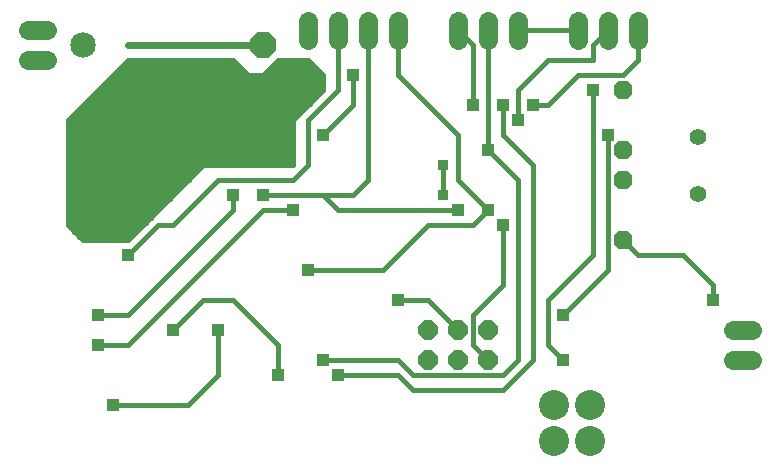
<source format=gbl>
G75*
G70*
%OFA0B0*%
%FSLAX24Y24*%
%IPPOS*%
%LPD*%
%AMOC8*
5,1,8,0,0,1.08239X$1,22.5*
%
%ADD10C,0.0560*%
%ADD11OC8,0.0630*%
%ADD12C,0.0640*%
%ADD13OC8,0.0640*%
%ADD14C,0.0850*%
%ADD15OC8,0.0850*%
%ADD16C,0.1000*%
%ADD17C,0.0160*%
%ADD18R,0.0396X0.0396*%
%ADD19C,0.0240*%
%ADD20C,0.0396*%
%ADD21R,0.0360X0.0360*%
D10*
X025802Y012191D03*
X025802Y014091D03*
D11*
X023302Y013641D03*
X023302Y012641D03*
X023302Y010641D03*
X023302Y015641D03*
D12*
X022802Y017321D02*
X022802Y017961D01*
X021802Y017961D02*
X021802Y017321D01*
X019802Y017321D02*
X019802Y017961D01*
X018802Y017961D02*
X018802Y017321D01*
X017802Y017321D02*
X017802Y017961D01*
X015802Y017961D02*
X015802Y017321D01*
X014802Y017321D02*
X014802Y017961D01*
X013802Y017961D02*
X013802Y017321D01*
X012802Y017321D02*
X012802Y017961D01*
X004122Y017641D02*
X003482Y017641D01*
X003482Y016641D02*
X004122Y016641D01*
X023802Y017321D02*
X023802Y017961D01*
X026982Y007641D02*
X027622Y007641D01*
X027622Y006641D02*
X026982Y006641D01*
D13*
X018802Y006641D03*
X017802Y006641D03*
X016802Y006641D03*
X016802Y007641D03*
X017802Y007641D03*
X018802Y007641D03*
D14*
X005302Y017141D03*
D15*
X011302Y017141D03*
D16*
X021015Y005141D03*
X022196Y005141D03*
X022196Y003960D03*
X021015Y003960D03*
D17*
X019302Y005641D02*
X020302Y006641D01*
X020302Y013141D01*
X019302Y014141D01*
X019302Y015141D01*
X019802Y014641D02*
X019802Y015641D01*
X020802Y016641D01*
X022302Y016641D01*
X022302Y017141D01*
X022802Y017641D01*
X021802Y017641D02*
X019802Y017641D01*
X018802Y017641D02*
X018802Y013641D01*
X019802Y012641D01*
X019802Y006641D01*
X019302Y006141D01*
X016302Y006141D01*
X015802Y006641D01*
X013302Y006641D01*
X013802Y006141D02*
X015802Y006141D01*
X016302Y005641D01*
X019302Y005641D01*
X018802Y006641D02*
X018302Y007141D01*
X018302Y008141D01*
X019302Y009141D01*
X019302Y011141D01*
X018802Y011641D02*
X017802Y012641D01*
X017802Y014141D01*
X015802Y016141D01*
X015802Y017641D01*
X014802Y017641D02*
X014802Y012641D01*
X014302Y012141D01*
X013302Y012141D01*
X011302Y012141D01*
X011302Y011641D02*
X006802Y007141D01*
X005802Y007141D01*
X005802Y008141D02*
X006802Y008141D01*
X010302Y011641D01*
X010302Y012141D01*
X009802Y012641D02*
X008302Y011141D01*
X007802Y011141D01*
X006802Y010141D01*
X006802Y010641D02*
X005302Y010641D01*
X004802Y011141D01*
X004802Y014641D01*
X006802Y016641D01*
X010302Y016641D01*
X010802Y016141D01*
X011302Y016141D01*
X011802Y016641D01*
X012802Y016641D01*
X013302Y016141D01*
X013302Y015641D01*
X012302Y014641D01*
X012302Y013141D01*
X009302Y013141D01*
X006802Y010641D01*
X006925Y010764D02*
X005180Y010764D01*
X005021Y010922D02*
X007083Y010922D01*
X007242Y011081D02*
X004863Y011081D01*
X004802Y011239D02*
X007400Y011239D01*
X007559Y011398D02*
X004802Y011398D01*
X004802Y011556D02*
X007717Y011556D01*
X007876Y011715D02*
X004802Y011715D01*
X004802Y011873D02*
X008035Y011873D01*
X008193Y012032D02*
X004802Y012032D01*
X004802Y012190D02*
X008352Y012190D01*
X008510Y012349D02*
X004802Y012349D01*
X004802Y012507D02*
X008669Y012507D01*
X008827Y012666D02*
X004802Y012666D01*
X004802Y012825D02*
X008986Y012825D01*
X009144Y012983D02*
X004802Y012983D01*
X004802Y013142D02*
X012302Y013142D01*
X012302Y013300D02*
X004802Y013300D01*
X004802Y013459D02*
X012302Y013459D01*
X012302Y013617D02*
X004802Y013617D01*
X004802Y013776D02*
X012302Y013776D01*
X012302Y013934D02*
X004802Y013934D01*
X004802Y014093D02*
X012302Y014093D01*
X012302Y014251D02*
X004802Y014251D01*
X004802Y014410D02*
X012302Y014410D01*
X012302Y014569D02*
X004802Y014569D01*
X004888Y014727D02*
X012388Y014727D01*
X012547Y014886D02*
X005047Y014886D01*
X005205Y015044D02*
X012705Y015044D01*
X012864Y015203D02*
X005364Y015203D01*
X005523Y015361D02*
X013023Y015361D01*
X013181Y015520D02*
X005681Y015520D01*
X005840Y015678D02*
X013302Y015678D01*
X013302Y015837D02*
X005998Y015837D01*
X006157Y015995D02*
X013302Y015995D01*
X013289Y016154D02*
X011315Y016154D01*
X011474Y016313D02*
X013131Y016313D01*
X012972Y016471D02*
X011632Y016471D01*
X011791Y016630D02*
X012814Y016630D01*
X013802Y015641D02*
X012802Y014641D01*
X012802Y013141D01*
X012302Y012641D01*
X009802Y012641D01*
X011302Y011641D02*
X012302Y011641D01*
X013302Y012141D02*
X013802Y011641D01*
X017802Y011641D01*
X018302Y011141D02*
X018802Y011641D01*
X018302Y011141D02*
X016802Y011141D01*
X015302Y009641D01*
X012802Y009641D01*
X010302Y008641D02*
X009302Y008641D01*
X008302Y007641D01*
X009802Y007641D02*
X009802Y006141D01*
X008802Y005141D01*
X006302Y005141D01*
X010302Y008641D02*
X011802Y007141D01*
X011802Y006141D01*
X015802Y008641D02*
X016802Y008641D01*
X017802Y007641D01*
X020802Y007141D02*
X021302Y006641D01*
X020802Y007141D02*
X020802Y008641D01*
X022302Y010141D01*
X022302Y015641D01*
X021802Y016141D02*
X023302Y016141D01*
X023802Y016641D01*
X023802Y017641D01*
X021802Y016141D02*
X020802Y015141D01*
X020302Y015141D01*
X018302Y015141D02*
X018302Y017141D01*
X017802Y017641D01*
X014302Y016141D02*
X014302Y015141D01*
X013302Y014141D01*
X013802Y015641D02*
X013802Y017641D01*
X010789Y016154D02*
X006315Y016154D01*
X006474Y016313D02*
X010631Y016313D01*
X010472Y016471D02*
X006632Y016471D01*
X006791Y016630D02*
X010314Y016630D01*
X017302Y013141D02*
X017302Y012141D01*
X021302Y008141D02*
X022802Y009641D01*
X022802Y014141D01*
X023302Y010641D02*
X023802Y010141D01*
X025302Y010141D01*
X026302Y009141D01*
X026302Y008641D01*
D18*
X006302Y005141D03*
X005802Y007141D03*
X005802Y008141D03*
X008302Y007641D03*
X009802Y007641D03*
X011802Y006141D03*
X013302Y006641D03*
X013802Y006141D03*
X015802Y008641D03*
X012802Y009641D03*
X012302Y011641D03*
X011302Y012141D03*
X010302Y012141D03*
X013302Y014141D03*
X014302Y016141D03*
X018302Y015141D03*
X019302Y015141D03*
X019802Y014641D03*
X020302Y015141D03*
X022302Y015641D03*
X022802Y014141D03*
X018802Y013641D03*
X018802Y011641D03*
X019302Y011141D03*
X017802Y011641D03*
X021302Y008141D03*
X021302Y006641D03*
X026302Y008641D03*
X007302Y011641D03*
X006802Y010141D03*
X006802Y016141D03*
D19*
X006802Y017141D02*
X011302Y017141D01*
D20*
X011802Y016141D03*
X011302Y015641D03*
X010802Y015641D03*
X010802Y015141D03*
X010802Y014641D03*
X010802Y014141D03*
X010802Y013641D03*
X011302Y013641D03*
X011802Y013641D03*
X012302Y015641D03*
X012802Y015641D03*
X012802Y016141D03*
D21*
X017302Y013141D03*
X017302Y012141D03*
M02*

</source>
